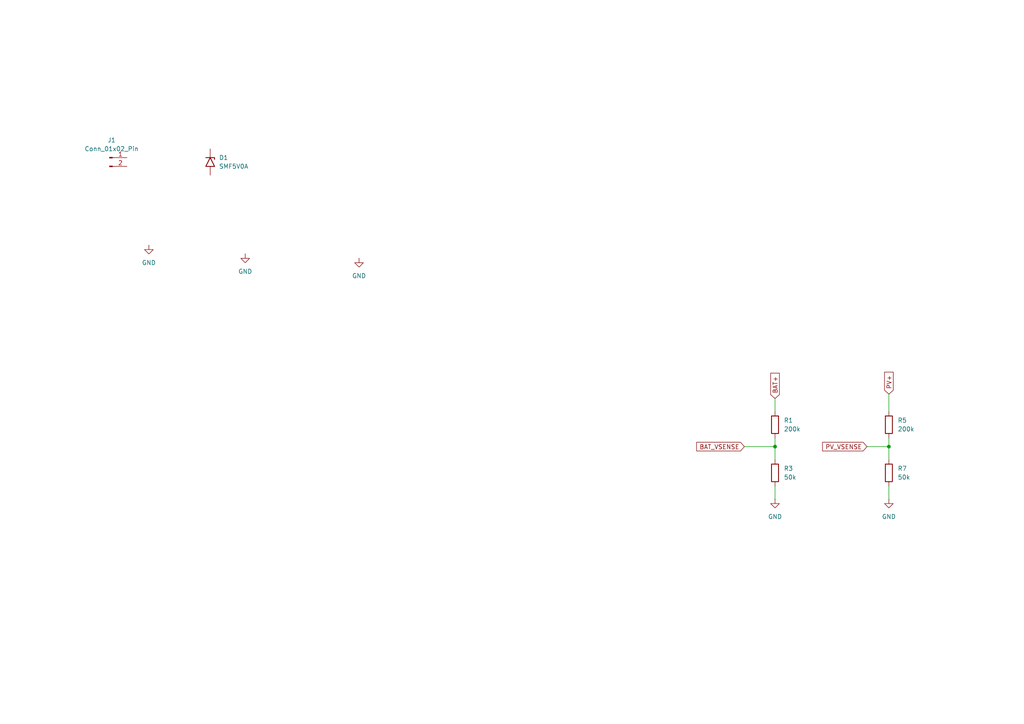
<source format=kicad_sch>
(kicad_sch (version 20231120) (generator "eeschema") (generator_version "8.0")
  (paper "A4")
  (lib_symbols
    (symbol "Connector:Conn_01x02_Pin" (pin_names (offset 1.016) hide)
      (property "Reference" "J" (at 0 2.54 0))
      (property "Value" "Conn_01x02_Pin" (at 0 -5.08 0))
      (symbol "Conn_01x02_Pin_1_1"
        (polyline (pts (xy 1.27 -2.54) (xy 0.8636 -2.54)) (stroke (width 0.1524)))
        (polyline (pts (xy 1.27 0) (xy 0.8636 0)) (stroke (width 0.1524)))
        (rectangle (start 0.8636 -2.413) (end 0 -2.667) (stroke (width 0.1524)) (fill (type outline)))
        (rectangle (start 0.8636 0.127) (end 0 -0.127) (stroke (width 0.1524)) (fill (type outline)))
        (pin passive line (at 5.08 0 180) (length 3.81) (name "Pin_1") (number "1"))
        (pin passive line (at 5.08 -2.54 180) (length 3.81) (name "Pin_2") (number "2"))
      )
    )
    (symbol "Device:R" (pin_numbers hide) (pin_names (offset 0))
      (property "Reference" "R" (at 2.032 0 90))
      (property "Value" "R" (at 0 0 90))
      (symbol "R_0_1"
        (rectangle (start -1.016 -2.54) (end 1.016 2.54) (stroke (width 0.254)))
      )
      (symbol "R_1_1"
        (pin passive line (at 0 3.81 270) (length 1.27) (name "~") (number "1"))
        (pin passive line (at 0 -3.81 90) (length 1.27) (name "~") (number "2"))
      )
    )
    (symbol "Diode:SMF5V0A" (pin_numbers hide) (pin_names (offset 1.016) hide)
      (property "Reference" "D" (at 0 2.54 0))
      (property "Value" "SMF5V0A" (at 0 -2.54 0))
      (symbol "SMF5V0A_0_1"
        (polyline (pts (xy -0.762 1.27) (xy -1.27 1.27) (xy -1.27 -1.27)) (stroke (width 0.254)))
        (polyline (pts (xy 1.27 1.27) (xy 1.27 -1.27) (xy -1.27 0) (xy 1.27 1.27)) (stroke (width 0.254)))
      )
      (symbol "SMF5V0A_1_1"
        (pin passive line (at -3.81 0 0) (length 2.54) (name "A1") (number "1"))
        (pin passive line (at 3.81 0 180) (length 2.54) (name "A2") (number "2"))
      )
    )
    (symbol "power:GND" (power) (pin_numbers hide) (pin_names (offset 0) hide)
      (property "Value" "GND" (at 0 -3.81 0))
      (symbol "GND_0_1"
        (polyline (pts (xy 0 0) (xy 0 -1.27) (xy 1.27 -1.27) (xy 0 -2.54) (xy -1.27 -1.27) (xy 0 -1.27)))
      )
      (symbol "GND_1_1"
        (pin power_in line (at 0 0 270) (length 0) (name "~") (number "1"))
      )
    )
  )
  (junction (at 224.79 129.54))
  (junction (at 257.81 129.54))
  (wire (pts (xy 257.81 140.97) (xy 257.81 144.78)))
  (wire (pts (xy 257.81 129.54) (xy 257.81 133.35)))
  (wire (pts (xy 224.79 127) (xy 224.79 129.54)))
  (wire (pts (xy 257.81 114.3) (xy 257.81 119.38)))
  (wire (pts (xy 224.79 115.57) (xy 224.79 119.38)))
  (wire (pts (xy 257.81 127) (xy 257.81 129.54)))
  (wire (pts (xy 224.79 129.54) (xy 224.79 133.35)))
  (wire (pts (xy 224.79 140.97) (xy 224.79 144.78)))
  (wire (pts (xy 215.9 129.54) (xy 224.79 129.54)))
  (wire (pts (xy 251.46 129.54) (xy 257.81 129.54)))
  (global_label "BAT_VSENSE" (shape input) (at 215.9 129.54 180) (property "Intersheetrefs" "${INTERSHEET_REFS}" (effects (hide yes))))
  (global_label "PV_VSENSE" (shape input) (at 251.46 129.54 180) (property "Intersheetrefs" "${INTERSHEET_REFS}" (effects (hide yes))))
  (global_label "PV+" (shape input) (at 257.81 114.3 90) (property "Intersheetrefs" "${INTERSHEET_REFS}" (effects (hide yes))))
  (global_label "BAT+" (shape input) (at 224.79 115.57 90) (property "Intersheetrefs" "${INTERSHEET_REFS}" (effects (hide yes))))
  (symbol (lib_id "power:GND") (at 104.14 74.93 0) (unit 1)
    (property "Reference" "#PWR05" (effects (hide yes)))
    (property "Value" "GND" (at 104.14 80.01 0))
    (property "Description" "Power symbol creates a global label with name \"GND\" , ground" (effects (hide yes)))
    (instances (project "Saunasensor" (path "" (reference "#PWR05") (unit 1)) (path "" (reference "#PWR06") (unit 1))))
  )
  (symbol (lib_id "Connector:Conn_01x02_Pin") (at 31.75 45.72 0) (unit 1)
    (property "Reference" "J1" (at 32.385 40.64 0))
    (property "Value" "Conn_01x02_Pin" (at 32.385 43.18 0))
    (property "Description" "Generic connector, single row, 01x02, script generated" (effects (hide yes)))
    (instances (project "" (path "" (reference "J1") (unit 1)) (path "" (reference "J2") (unit 1))))
  )
  (symbol (lib_id "power:GND") (at 224.79 144.78 0) (unit 1)
    (property "Reference" "#PWR07" (effects (hide yes)))
    (property "Value" "GND" (at 224.79 149.86 0))
    (property "Description" "Power symbol creates a global label with name \"GND\" , ground" (effects (hide yes)))
    (instances (project "Saunasensor" (path "" (reference "#PWR07") (unit 1)) (path "" (reference "#PWR08") (unit 1))))
  )
  (symbol (lib_id "Diode:SMF5V0A") (at 60.96 46.99 270) (unit 1)
    (property "Reference" "D1" (at 63.5 45.7199 90) (effects (justify left)))
    (property "Value" "SMF5V0A" (at 63.5 48.2599 90) (effects (justify left)))
    (property "Footprint" "Diode_SMD:D_SMF" (effects (hide yes)))
    (property "Datasheet" "https://www.vishay.com/doc?85881" (effects (hide yes)))
    (property "Description" "200W unidirectional Transil Transient Voltage Suppressor, 5Vrwm, SMF" (effects (hide yes)))
    (instances (project "" (path "" (reference "D1") (unit 1)) (path "" (reference "D2") (unit 1))))
  )
  (symbol (lib_id "Device:R") (at 257.81 137.16 0) (unit 1)
    (property "Reference" "R7" (at 260.35 135.8899 0) (effects (justify left)))
    (property "Value" "50k" (at 260.35 138.4299 0) (effects (justify left)))
    (property "Description" "Resistor" (effects (hide yes)))
    (instances (project "Saunasensor" (path "" (reference "R7") (unit 1)) (path "" (reference "R8") (unit 1))))
  )
  (symbol (lib_id "Device:R") (at 224.79 123.19 0) (unit 1)
    (property "Reference" "R1" (at 227.33 121.9199 0) (effects (justify left)))
    (property "Value" "200k" (at 227.33 124.4599 0) (effects (justify left)))
    (property "Description" "Resistor" (effects (hide yes)))
    (instances (project "" (path "" (reference "R1") (unit 1)) (path "" (reference "R2") (unit 1))))
  )
  (symbol (lib_id "Device:R") (at 224.79 137.16 0) (unit 1)
    (property "Reference" "R3" (at 227.33 135.8899 0) (effects (justify left)))
    (property "Value" "50k" (at 227.33 138.4299 0) (effects (justify left)))
    (property "Description" "Resistor" (effects (hide yes)))
    (instances (project "Saunasensor" (path "" (reference "R3") (unit 1)) (path "" (reference "R4") (unit 1))))
  )
  (symbol (lib_id "power:GND") (at 257.81 144.78 0) (unit 1)
    (property "Reference" "#PWR09" (effects (hide yes)))
    (property "Value" "GND" (at 257.81 149.86 0))
    (property "Description" "Power symbol creates a global label with name \"GND\" , ground" (effects (hide yes)))
    (instances (project "Saunasensor" (path "" (reference "#PWR09") (unit 1)) (path "" (reference "#PWR010") (unit 1))))
  )
  (symbol (lib_id "Device:R") (at 257.81 123.19 0) (unit 1)
    (property "Reference" "R5" (at 260.35 121.9199 0) (effects (justify left)))
    (property "Value" "200k" (at 260.35 124.4599 0) (effects (justify left)))
    (property "Description" "Resistor" (effects (hide yes)))
    (instances (project "Saunasensor" (path "" (reference "R5") (unit 1)) (path "" (reference "R6") (unit 1))))
  )
  (symbol (lib_id "power:GND") (at 71.12 73.66 0) (unit 1)
    (property "Reference" "#PWR03" (effects (hide yes)))
    (property "Value" "GND" (at 71.12 78.74 0))
    (property "Description" "Power symbol creates a global label with name \"GND\" , ground" (effects (hide yes)))
    (instances (project "Saunasensor" (path "" (reference "#PWR03") (unit 1)) (path "" (reference "#PWR04") (unit 1))))
  )
  (symbol (lib_id "power:GND") (at 43.18 71.12 0) (unit 1)
    (property "Reference" "#PWR01" (effects (hide yes)))
    (property "Value" "GND" (at 43.18 76.2 0))
    (property "Description" "Power symbol creates a global label with name \"GND\" , ground" (effects (hide yes)))
    (instances (project "" (path "" (reference "#PWR01") (unit 1)) (path "" (reference "#PWR02") (unit 1))))
  )
)
</source>
